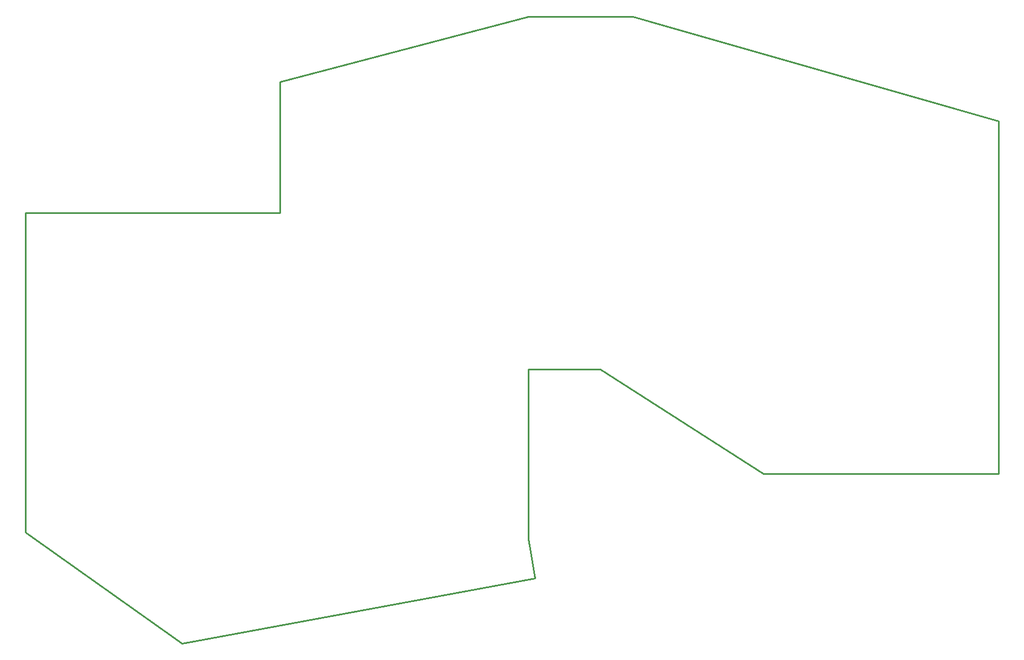
<source format=gbr>
G04 EAGLE Gerber RS-274X export*
G75*
%MOMM*%
%FSLAX34Y34*%
%LPD*%
%IN*%
%IPPOS*%
%AMOC8*
5,1,8,0,0,1.08239X$1,22.5*%
G01*
G04 Define Apertures*
%ADD10C,0.254000*%
D10*
X-850000Y-520000D02*
X-610000Y-690000D01*
X-70000Y-590000D01*
X-80000Y-530000D01*
X-80000Y-270000D01*
X30000Y-270000D01*
X280000Y-430000D01*
X640000Y-430000D01*
X640000Y110000D01*
X80000Y270000D01*
X-80000Y270000D01*
X-460000Y170000D01*
X-460000Y-30000D01*
X-850000Y-30000D01*
X-850000Y-520000D01*
M02*

</source>
